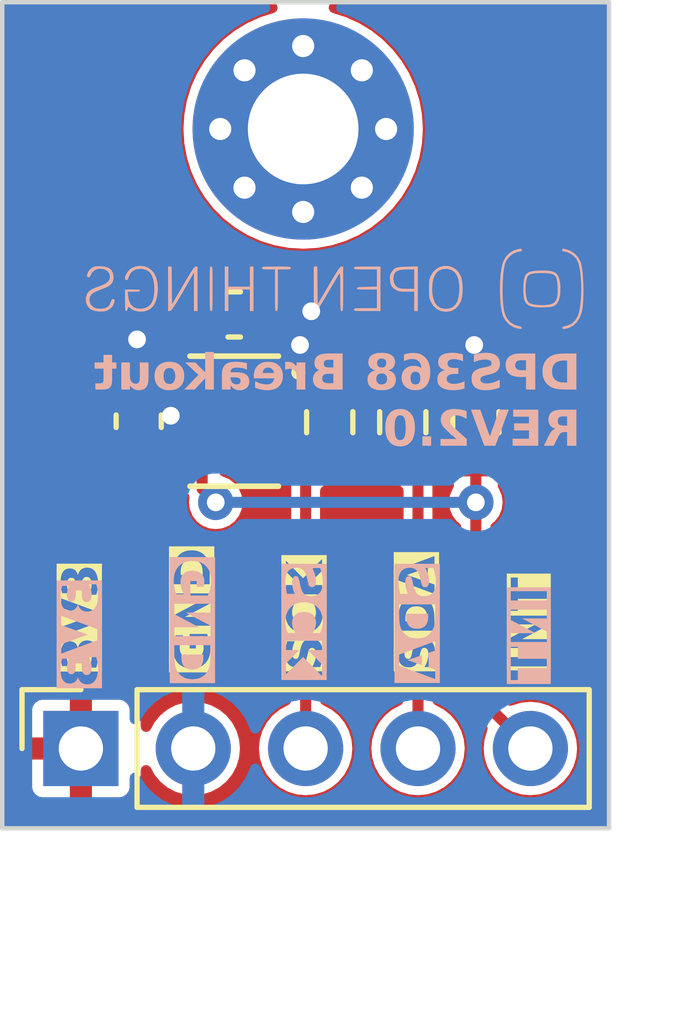
<source format=kicad_pcb>
(kicad_pcb (version 20221018) (generator pcbnew)
  (layers (0 "F.Cu" signal) (31 "B.Cu" signal) (34 "B.Paste" user) (35 "F.Paste" user) (36 "B.SilkS" user "B.Silkscreen") (37 "F.SilkS" user "F.Silkscreen") (38 "B.Mask" user) (39 "F.Mask" user) (44 "Edge.Cuts" user))
  (net 0 "")
  (net 1 "+3.3V")
  (net 2 "GND")
  (net 3 "/SCK")
  (net 4 "/SDA")
  (net 5 "/INT")
  (footprint "Capacitor_SMD:C_0603_1608Metric" (layer "F.Cu") (at 130.847 97.607)
    (fp_text reference "C2" hide)
    (fp_text value "0.1uF")
    (fp_line (start -0.14058 -0.51) (end 0.14058 -0.51) (stroke (width 0.12)) (layer "F.SilkS"))
    (fp_line (start -0.14058 0.51) (end 0.14058 0.51) (stroke (width 0.12)) (layer "F.SilkS"))
    (pad "1" smd roundrect (at -0.775 0) (size 0.9 0.95) (layers "F.Cu" "F.Paste" "F.Mask") (net 1 "+3.3V"))
    (pad "2" smd roundrect (at 0.775 0) (size 0.9 0.95) (layers "F.Cu" "F.Paste" "F.Mask") (net 2 "GND"))
  )
  (footprint "DPS368XTSA1:XDCR_DPS368XTSA1" (layer "F.Cu") (at 130.847 100.02)
    (fp_text reference "U1" hide)
    (fp_text value "DPS368XTSA1")
    (fp_line (start -1 -1.47) (end 1 -1.47) (stroke (width 0.127)) (layer "F.SilkS"))
    (fp_line (start -1 1.47) (end 1 1.47) (stroke (width 0.127)) (layer "F.SilkS"))
    (fp_circle (center 1.45 -1.1) (end 1.53 -1.1) (stroke (width 0.16)) (fill none) (layer "F.SilkS"))
    (pad "1" smd rect (at 0.725 -0.975) (size 0.35 0.35) (layers "F.Cu" "F.Mask") (net 2 "GND"))
    (pad "2" smd rect (at 0.725 -0.325) (size 0.35 0.35) (layers "F.Cu" "F.Mask"))
    (pad "3" smd rect (at 0.725 0.325) (size 0.35 0.35) (layers "F.Cu" "F.Mask") (net 4 "/SDA"))
    (pad "4" smd rect (at 0.725 0.975) (size 0.35 0.35) (layers "F.Cu" "F.Mask") (net 3 "/SCK"))
    (pad "5" smd rect (at -0.725 0.975) (size 0.35 0.35) (layers "F.Cu" "F.Mask") (net 5 "/INT"))
    (pad "6" smd rect (at -0.725 0.325) (size 0.35 0.35) (layers "F.Cu" "F.Mask") (net 1 "+3.3V"))
    (pad "7" smd rect (at -0.725 -0.325) (size 0.35 0.35) (layers "F.Cu" "F.Mask") (net 2 "GND"))
    (pad "8" smd rect (at -0.725 -0.975) (size 0.35 0.35) (layers "F.Cu" "F.Mask") (net 1 "+3.3V"))
  )
  (footprint "Connector_PinSocket_2.54mm:PinSocket_1x05_P2.54mm_Vertical" (layer "F.Cu") (at 127.381 107.417 90)
    (fp_text reference "J1" hide)
    (fp_text value "Conn_01x05_Pin")
    (fp_line (start -1.33 1.27) (end -1.33 11.49) (stroke (width 0.12)) (layer "F.SilkS"))
    (fp_line (start -1.33 1.27) (end 1.33 1.27) (stroke (width 0.12)) (layer "F.SilkS"))
    (fp_line (start -1.33 11.49) (end 1.33 11.49) (stroke (width 0.12)) (layer "F.SilkS"))
    (fp_line (start 0 -1.33) (end 1.33 -1.33) (stroke (width 0.12)) (layer "F.SilkS"))
    (fp_line (start 1.33 -1.33) (end 1.33 0) (stroke (width 0.12)) (layer "F.SilkS"))
    (fp_line (start 1.33 1.27) (end 1.33 11.49) (stroke (width 0.12)) (layer "F.SilkS"))
    (pad "1" thru_hole rect (at 0 0 90) (size 1.7 1.7) (drill 1) (layers "*.Cu" "*.Mask") (net 1 "+3.3V"))
    (pad "2" thru_hole oval (at 0 2.54 90) (size 1.7 1.7) (drill 1) (layers "*.Cu" "*.Mask") (net 2 "GND"))
    (pad "3" thru_hole oval (at 0 5.08 90) (size 1.7 1.7) (drill 1) (layers "*.Cu" "*.Mask") (net 3 "/SCK"))
    (pad "4" thru_hole oval (at 0 7.62 90) (size 1.7 1.7) (drill 1) (layers "*.Cu" "*.Mask") (net 4 "/SDA"))
    (pad "5" thru_hole oval (at 0 10.16 90) (size 1.7 1.7) (drill 1) (layers "*.Cu" "*.Mask") (net 5 "/INT"))
  )
  (footprint "Resistor_SMD:R_0603_1608Metric" (layer "F.Cu") (at 134.657 100.043 -90)
    (fp_text reference "R2" hide)
    (fp_text value "10k")
    (fp_line (start -0.237258 -0.5225) (end 0.237258 -0.5225) (stroke (width 0.12)) (layer "F.SilkS"))
    (fp_line (start -0.237258 0.5225) (end 0.237258 0.5225) (stroke (width 0.12)) (layer "F.SilkS"))
    (pad "1" smd roundrect (at -0.825 0 270) (size 0.8 0.95) (layers "F.Cu" "F.Paste" "F.Mask") (net 1 "+3.3V"))
    (pad "2" smd roundrect (at 0.825 0 270) (size 0.8 0.95) (layers "F.Cu" "F.Paste" "F.Mask") (net 4 "/SDA"))
  )
  (footprint "MountingHole:MountingHole_2.5mm_Pad_Via" (layer "F.Cu") (at 132.405175 93.416175)
    (fp_text reference "H1" hide)
    (fp_text value "MountingHole")
    (pad "1" thru_hole circle (at -1.875 0) (size 0.8 0.8) (drill 0.5) (layers "*.Cu" "*.Mask"))
    (pad "1" thru_hole circle (at -1.325825 -1.325825) (size 0.8 0.8) (drill 0.5) (layers "*.Cu" "*.Mask"))
    (pad "1" thru_hole circle (at -1.325825 1.325825) (size 0.8 0.8) (drill 0.5) (layers "*.Cu" "*.Mask"))
    (pad "1" thru_hole circle (at 0 -1.875) (size 0.8 0.8) (drill 0.5) (layers "*.Cu" "*.Mask"))
    (pad "1" thru_hole circle (at 0 0) (size 5 5) (drill 2.5) (layers "*.Cu" "*.Mask"))
    (pad "1" thru_hole circle (at 0 1.875) (size 0.8 0.8) (drill 0.5) (layers "*.Cu" "*.Mask"))
    (pad "1" thru_hole circle (at 1.325825 -1.325825) (size 0.8 0.8) (drill 0.5) (layers "*.Cu" "*.Mask"))
    (pad "1" thru_hole circle (at 1.325825 1.325825) (size 0.8 0.8) (drill 0.5) (layers "*.Cu" "*.Mask"))
    (pad "1" thru_hole circle (at 1.875 0) (size 0.8 0.8) (drill 0.5) (layers "*.Cu" "*.Mask"))
  )
  (footprint "Capacitor_SMD:C_0603_1608Metric" (layer "F.Cu") (at 128.688 100.02 90)
    (fp_text reference "C1" hide)
    (fp_text value "0.1uF")
    (fp_line (start -0.14058 -0.51) (end 0.14058 -0.51) (stroke (width 0.12)) (layer "F.SilkS"))
    (fp_line (start -0.14058 0.51) (end 0.14058 0.51) (stroke (width 0.12)) (layer "F.SilkS"))
    (pad "1" smd roundrect (at -0.775 0 90) (size 0.9 0.95) (layers "F.Cu" "F.Paste" "F.Mask") (net 1 "+3.3V"))
    (pad "2" smd roundrect (at 0.775 0 90) (size 0.9 0.95) (layers "F.Cu" "F.Paste" "F.Mask") (net 2 "GND"))
  )
  (footprint "Resistor_SMD:R_0603_1608Metric" (layer "F.Cu") (at 133.006 100.043 -90)
    (fp_text reference "R3" hide)
    (fp_text value "10k")
    (fp_line (start -0.237258 -0.5225) (end 0.237258 -0.5225) (stroke (width 0.12)) (layer "F.SilkS"))
    (fp_line (start -0.237258 0.5225) (end 0.237258 0.5225) (stroke (width 0.12)) (layer "F.SilkS"))
    (pad "1" smd roundrect (at -0.825 0 270) (size 0.8 0.95) (layers "F.Cu" "F.Paste" "F.Mask") (net 1 "+3.3V"))
    (pad "2" smd roundrect (at 0.825 0 270) (size 0.8 0.95) (layers "F.Cu" "F.Paste" "F.Mask") (net 3 "/SCK"))
  )
  (footprint "Resistor_SMD:R_0603_1608Metric" (layer "F.Cu") (at 136.308 100.043 90)
    (fp_text reference "R1" hide)
    (fp_text value "100k")
    (fp_line (start -0.237258 -0.5225) (end 0.237258 -0.5225) (stroke (width 0.12)) (layer "F.SilkS"))
    (fp_line (start -0.237258 0.5225) (end 0.237258 0.5225) (stroke (width 0.12)) (layer "F.SilkS"))
    (pad "1" smd roundrect (at -0.825 0 90) (size 0.8 0.95) (layers "F.Cu" "F.Paste" "F.Mask") (net 5 "/INT"))
    (pad "2" smd roundrect (at 0.825 0 90) (size 0.8 0.95) (layers "F.Cu" "F.Paste" "F.Mask") (net 2 "GND"))
  )
  (footprint "LOGO" (layer "B.Cu") (at 132.969 97.028 180)
    (fp_text reference "G***" hide)
    (fp_text value "LOGO" hide)
    (fp_poly (pts (xy 1.767944 0.275734) (xy 1.767944 0.048659) (xy 2.011239 0.048659) (xy 2.254534 0.048659) (xy 2.254534 0.275734) (xy 2.254534 0.50281) (xy 2.295083 0.50281) (xy 2.335633 0.50281) (xy 2.335633 0) (xy 2.335633 -0.50281) (xy 2.295083 -0.50281) (xy 2.254534 -0.50281) (xy 2.254534 -0.259515) (xy 2.254534 -0.01622) (xy 2.011239 -0.01622) (xy 1.767944 -0.01622) (xy 1.767944 -0.259515) (xy 1.767944 -0.50281) (xy 1.727395 -0.50281) (xy 1.686846 -0.50281) (xy 1.686846 0) (xy 1.686846 0.50281) (xy 1.727395 0.50281) (xy 1.767944 0.50281)) (fill solid) (layer "B.SilkS"))
    (fp_poly (pts (xy 3.003863 0.499785) (xy 3.019154 0.488823) (xy 3.0387 0.46709) (xy 3.064424 0.431751) (xy 3.09825 0.379974) (xy 3.142099 0.308924) (xy 3.197894 0.215767) (xy 3.267559 0.09767) (xy 3.278804 0.078515) (xy 3.527778 -0.345779) (xy 3.532102 0.078515) (xy 3.536427 0.50281) (xy 3.576706 0.50281) (xy 3.616986 0.50281) (xy 3.616986 0) (xy 3.616986 -0.50281) (xy 3.57811 -0.50281) (xy 3.563895 -0.49826) (xy 3.545575 -0.483209) (xy 3.521797 -0.455552) (xy 3.491208 -0.413184) (xy 3.452454 -0.354002) (xy 3.404181 -0.275902) (xy 3.345035 -0.176779) (xy 3.273664 -0.054529) (xy 3.188714 0.092953) (xy 3.138993 0.179841) (xy 3.033252 0.364943) (xy 3.033165 -0.068934) (xy 3.033078 -0.50281) (xy 2.992529 -0.50281) (xy 2.95198 -0.50281) (xy 2.95198 0) (xy 2.95198 0.50281) (xy 2.990905 0.50281)) (fill solid) (layer "B.SilkS"))
    (fp_poly (pts (xy 2.65289 0.501885) (xy 2.660097 0.49687) (xy 2.665646 0.484404) (xy 2.669752 0.461124) (xy 2.672633 0.423671) (xy 2.674505 0.368682) (xy 2.675585 0.292796) (xy 2.676091 0.192653) (xy 2.676238 0.06489) (xy 2.676246 0) (xy 2.676186 -0.140795) (xy 2.675862 -0.252512) (xy 2.675058 -0.338512) (xy 2.673556 -0.402157) (xy 2.67114 -0.446808) (xy 2.667592 -0.475826) (xy 2.662696 -0.492572) (xy 2.656235 -0.500408) (xy 2.647993 -0.502695) (xy 2.643806 -0.50281) (xy 2.634723 -0.501885) (xy 2.627515 -0.49687) (xy 2.621967 -0.484403) (xy 2.617861 -0.461124) (xy 2.61498 -0.423671) (xy 2.613108 -0.368682) (xy 2.612027 -0.292796) (xy 2.611522 -0.192653) (xy 2.611374 -0.06489) (xy 2.611367 0) (xy 2.611427 0.140795) (xy 2.61175 0.252512) (xy 2.612554 0.338513) (xy 2.614056 0.402157) (xy 2.616473 0.446808) (xy 2.62002 0.475826) (xy 2.624916 0.492572) (xy 2.631377 0.500408) (xy 2.63962 0.502695) (xy 2.643806 0.50281)) (fill solid) (layer "B.SilkS"))
    (fp_poly (pts (xy -1.793427 0.500276) (xy -1.690098 0.496876) (xy -1.61318 0.490904) (xy -1.556647 0.480225) (xy -1.514474 0.462705) (xy -1.480637 0.43621) (xy -1.449108 0.398607) (xy -1.429982 0.371561) (xy -1.409047 0.335758) (xy -1.398614 0.299039) (xy -1.396363 0.249472) (xy -1.398044 0.207319) (xy -1.409327 0.120845) (xy -1.435427 0.057222) (xy -1.481218 0.008425) (xy -1.5412 -0.028384) (xy -1.580271 -0.045762) (xy -1.621062 -0.056689) (xy -1.672609 -0.06255) (xy -1.74395 -0.064728) (xy -1.77949 -0.064879) (xy -1.94636 -0.064879) (xy -1.94636 -0.283844) (xy -1.94636 -0.50281) (xy -1.986909 -0.50281) (xy -2.027458 -0.50281) (xy -2.027458 0.001521) (xy -2.027458 0.437931) (xy -1.94636 0.437931) (xy -1.94636 0.218966) (xy -1.94636 0) (xy -1.790669 0) (xy -1.689042 0.003297) (xy -1.617084 0.013356) (xy -1.583156 0.024592) (xy -1.524102 0.069566) (xy -1.487843 0.136183) (xy -1.475989 0.218219) (xy -1.482948 0.297002) (xy -1.505962 0.355837) (xy -1.548236 0.397016) (xy -1.612976 0.422829) (xy -1.703386 0.435567) (xy -1.783358 0.437931) (xy -1.94636 0.437931) (xy -2.027458 0.437931) (xy -2.027458 0.505851)) (fill solid) (layer "B.SilkS"))
    (fp_poly (pts (xy 1.278005 0.502682) (xy 1.359934 0.502021) (xy 1.417785 0.500407) (xy 1.455736 0.497424) (xy 1.477968 0.492653) (xy 1.488661 0.485676) (xy 1.491996 0.476075) (xy 1.49221 0.47037) (xy 1.489771 0.454958) (xy 1.478337 0.445381) (xy 1.451735 0.440268) (xy 1.40379 0.438245) (xy 1.346233 0.437931) (xy 1.200256 0.437931) (xy 1.200256 -0.032439) (xy 1.200189 -0.168128) (xy 1.199828 -0.274851) (xy 1.198935 -0.356086) (xy 1.197268 -0.415305) (xy 1.194589 -0.455985) (xy 1.190658 -0.4816) (xy 1.185235 -0.495625) (xy 1.178081 -0.501535) (xy 1.168955 -0.502804) (xy 1.167816 -0.50281) (xy 1.158459 -0.50184) (xy 1.151098 -0.496613) (xy 1.145496 -0.483655) (xy 1.141412 -0.459491) (xy 1.138606 -0.420646) (xy 1.13684 -0.363644) (xy 1.135873 -0.285012) (xy 1.135465 -0.181274) (xy 1.135377 -0.048955) (xy 1.135377 -0.032439) (xy 1.135377 0.437931) (xy 0.9894 0.437931) (xy 0.920045 0.438473) (xy 0.876948 0.441014) (xy 0.853937 0.446926) (xy 0.844837 0.45758) (xy 0.843423 0.47037) (xy 0.844699 0.481389) (xy 0.851314 0.489582) (xy 0.867447 0.495367) (xy 0.897278 0.499162) (xy 0.944989 0.501386) (xy 1.014758 0.502455) (xy 1.110766 0.502788) (xy 1.167816 0.50281)) (fill solid) (layer "B.SilkS"))
    (fp_poly (pts (xy -4.324341 0.902371) (xy -4.310376 0.900231) (xy -4.194904 0.866428) (xy -4.095518 0.80566) (xy -4.01527 0.720668) (xy -3.957211 0.614194) (xy -3.941717 0.569066) (xy -3.918057 0.465604) (xy -3.900587 0.341473) (xy -3.889216 0.202819) (xy -3.883851 0.055788) (xy -3.884401 -0.093474) (xy -3.890775 -0.238823) (xy -3.902882 -0.374112) (xy -3.92063 -0.493196) (xy -3.943928 -0.58993) (xy -3.959592 -0.632567) (xy -4.01847 -0.730211) (xy -4.099102 -0.811) (xy -4.19498 -0.86986) (xy -4.299596 -0.901721) (xy -4.30627 -0.902699) (xy -4.351892 -0.90702) (xy -4.373654 -0.902349) (xy -4.379308 -0.886966) (xy -4.37931 -0.886486) (xy -4.364748 -0.863285) (xy -4.334706 -0.850717) (xy -4.216128 -0.814104) (xy -4.122915 -0.759072) (xy -4.05257 -0.683041) (xy -4.002599 -0.583431) (xy -3.974214 -0.477966) (xy -3.95928 -0.375315) (xy -3.949431 -0.252692) (xy -3.944494 -0.11689) (xy -3.944293 0.025298) (xy -3.948655 0.167081) (xy -3.957404 0.301664) (xy -3.970368 0.422256) (xy -3.987371 0.522064) (xy -4.001234 0.574852) (xy -4.042803 0.659252) (xy -4.106176 0.733982) (xy -4.184074 0.793347) (xy -4.269215 0.831654) (xy -4.344698 0.843423) (xy -4.373007 0.853558) (xy -4.37931 0.877288) (xy -4.376078 0.897972) (xy -4.360631 0.905376)) (fill solid) (layer "B.SilkS"))
    (fp_poly (pts (xy -0.778549 0.502663) (xy -0.701221 0.501911) (xy -0.647643 0.500083) (xy -0.613469 0.49671) (xy -0.594356 0.491322) (xy -0.585958 0.483449) (xy -0.583931 0.472622) (xy -0.583908 0.47037) (xy -0.585423 0.458241) (xy -0.593081 0.449582) (xy -0.611549 0.443812) (xy -0.645496 0.440346) (xy -0.699589 0.438601) (xy -0.778497 0.437993) (xy -0.843422 0.437931) (xy -1.102937 0.437931) (xy -1.102937 0.243753) (xy -1.102937 0.049574) (xy -0.880118 0.045062) (xy -0.79029 0.04283) (xy -0.727856 0.039912) (xy -0.687768 0.03558) (xy -0.664982 0.029106) (xy -0.654451 0.019765) (xy -0.651853 0.012165) (xy -0.652192 0.000928) (xy -0.66144 -0.006894) (xy -0.684378 -0.01191) (xy -0.725788 -0.01473) (xy -0.790451 -0.015963) (xy -0.874672 -0.01622) (xy -1.102937 -0.01622) (xy -1.102937 -0.227075) (xy -1.102937 -0.437931) (xy -0.843422 -0.437931) (xy -0.746385 -0.43812) (xy -0.677119 -0.439078) (xy -0.630955 -0.441386) (xy -0.603226 -0.445629) (xy -0.589264 -0.452391) (xy -0.584401 -0.462255) (xy -0.583908 -0.47037) (xy -0.585262 -0.481767) (xy -0.59222 -0.490127) (xy -0.609128 -0.495919) (xy -0.640329 -0.499614) (xy -0.69017 -0.50168) (xy -0.762993 -0.502588) (xy -0.863144 -0.502807) (xy -0.883972 -0.50281) (xy -1.184035 -0.50281) (xy -1.184035 0) (xy -1.184035 0.50281) (xy -0.883972 0.50281)) (fill solid) (layer "B.SilkS"))
    (fp_poly (pts (xy -5.291451 0.899795) (xy -5.287613 0.878564) (xy -5.287611 0.877667) (xy -5.29515 0.852152) (xy -5.323443 0.843648) (xy -5.333086 0.843423) (xy -5.392951 0.83185) (xy -5.462153 0.801336) (xy -5.529656 0.758184) (xy -5.584427 0.708699) (xy -5.597695 0.692235) (xy -5.630865 0.638526) (xy -5.657027 0.576216) (xy -5.677632 0.499647) (xy -5.69413 0.403164) (xy -5.707971 0.28111) (xy -5.710702 0.251405) (xy -5.719489 0.106857) (xy -5.721131 -0.04143) (xy -5.716106 -0.187317) (xy -5.70489 -0.324668) (xy -5.687963 -0.447344) (xy -5.665801 -0.549208) (xy -5.643303 -0.614623) (xy -5.585507 -0.712751) (xy -5.510456 -0.783646) (xy -5.417014 -0.828227) (xy -5.363556 -0.84085) (xy -5.311473 -0.856506) (xy -5.290617 -0.880342) (xy -5.299153 -0.900939) (xy -5.332745 -0.907188) (xy -5.387331 -0.899042) (xy -5.443558 -0.882072) (xy -5.541482 -0.830582) (xy -5.624193 -0.752656) (xy -5.689014 -0.651774) (xy -5.733272 -0.531419) (xy -5.741744 -0.494048) (xy -5.756094 -0.397368) (xy -5.765794 -0.280802) (xy -5.771025 -0.15051) (xy -5.77197 -0.012655) (xy -5.768811 0.126604) (xy -5.761729 0.261103) (xy -5.750907 0.384684) (xy -5.736525 0.491183) (xy -5.718767 0.574441) (xy -5.709337 0.603709) (xy -5.652054 0.711214) (xy -5.570986 0.79865) (xy -5.470097 0.862751) (xy -5.35335 0.90025) (xy -5.348435 0.901145) (xy -5.30872 0.906162)) (fill solid) (layer "B.SilkS"))
    (fp_poly (pts (xy -0.288543 0.499852) (xy -0.273351 0.489085) (xy -0.254 0.467668) (xy -0.228565 0.432764) (xy -0.195125 0.38153) (xy -0.151756 0.311129) (xy -0.096535 0.21872) (xy -0.027539 0.101463) (xy -0.013599 0.077653) (xy 0.235186 -0.347504) (xy 0.23951 0.077653) (xy 0.243834 0.50281) (xy 0.284114 0.50281) (xy 0.324394 0.50281) (xy 0.324394 -0.001077) (xy 0.324394 -0.504964) (xy 0.28195 -0.499832) (xy 0.267811 -0.495301) (xy 0.251606 -0.483087) (xy 0.231348 -0.460267) (xy 0.205052 -0.423916) (xy 0.170731 -0.37111) (xy 0.1264 -0.298924) (xy 0.070072 -0.204434) (xy -0.000239 -0.084716) (xy -0.00186 -0.081943) (xy -0.063672 0.023382) (xy -0.120733 0.119888) (xy -0.170854 0.203931) (xy -0.211846 0.271866) (xy -0.241521 0.320049) (xy -0.257689 0.344834) (xy -0.259481 0.347067) (xy -0.265057 0.337195) (xy -0.269463 0.295206) (xy -0.272702 0.22103) (xy -0.274775 0.114597) (xy -0.275687 -0.024165) (xy -0.275734 -0.069745) (xy -0.275811 -0.19934) (xy -0.276223 -0.300116) (xy -0.277242 -0.375695) (xy -0.279138 -0.429698) (xy -0.282183 -0.465744) (xy -0.286648 -0.487456) (xy -0.292804 -0.498454) (xy -0.300922 -0.502358) (xy -0.308173 -0.50281) (xy -0.317257 -0.501885) (xy -0.324464 -0.49687) (xy -0.330013 -0.484403) (xy -0.334119 -0.461124) (xy -0.337 -0.423671) (xy -0.338872 -0.368682) (xy -0.339952 -0.292796) (xy -0.340458 -0.192653) (xy -0.340605 -0.06489) (xy -0.340613 0) (xy -0.340613 0.50281) (xy -0.301498 0.50281)) (fill solid) (layer "B.SilkS"))
    (fp_poly (pts (xy -2.525962 0.494262) (xy -2.442111 0.446857) (xy -2.369966 0.375461) (xy -2.317768 0.287764) (xy -2.301383 0.24724) (xy -2.290458 0.207507) (xy -2.28393 0.160507) (xy -2.280737 0.098184) (xy -2.279815 0.012481) (xy -2.279807 0) (xy -2.280523 -0.089116) (xy -2.283382 -0.153867) (xy -2.289445 -0.202309) (xy -2.299775 -0.242499) (xy -2.315435 -0.282493) (xy -2.317768 -0.287764) (xy -2.376629 -0.38376) (xy -2.45434 -0.455588) (xy -2.546526 -0.50135) (xy -2.648811 -0.519147) (xy -2.75682 -0.507081) (xy -2.795869 -0.495201) (xy -2.877787 -0.44954) (xy -2.947527 -0.377761) (xy -2.999791 -0.285447) (xy -3.00336 -0.276569) (xy -3.02575 -0.192881) (xy -3.038334 -0.089282) (xy -3.041125 0.023224) (xy -3.038027 0.072174) (xy -2.96477 0.072174) (xy -2.964298 -0.056769) (xy -2.949444 -0.185154) (xy -2.919599 -0.286416) (xy -2.873703 -0.362729) (xy -2.810697 -0.416264) (xy -2.781673 -0.431254) (xy -2.710603 -0.449612) (xy -2.628625 -0.451356) (xy -2.552724 -0.436431) (xy -2.541154 -0.432027) (xy -2.46844 -0.384384) (xy -2.412903 -0.309911) (xy -2.374956 -0.209546) (xy -2.35501 -0.084229) (xy -2.351852 0) (xy -2.361163 0.140516) (xy -2.388853 0.25557) (xy -2.434557 0.344686) (xy -2.497911 0.407385) (xy -2.578551 0.443191) (xy -2.676111 0.451625) (xy -2.695564 0.450188) (xy -2.785792 0.427152) (xy -2.858062 0.377389) (xy -2.912138 0.301344) (xy -2.947786 0.199458) (xy -2.96477 0.072174) (xy -3.038027 0.072174) (xy -3.034138 0.133631) (xy -3.017389 0.230934) (xy -3.002627 0.278529) (xy -2.95064 0.373699) (xy -2.881187 0.445271) (xy -2.799132 0.493179) (xy -2.709334 0.517357) (xy -2.616657 0.51774)) (fill solid) (layer "B.SilkS"))
    (fp_poly (pts (xy -4.693265 0.409276) (xy -4.597523 0.396283) (xy -4.526374 0.371044) (xy -4.476178 0.330447) (xy -4.443294 0.271385) (xy -4.424082 0.190746) (xy -4.414901 0.085421) (xy -4.414222 0.068874) (xy -4.412376 -0.070991) (xy -4.420135 -0.182225) (xy -4.440213 -0.267897) (xy -4.475321 -0.331075) (xy -4.528171 -0.374827) (xy -4.601476 -0.402222) (xy -4.697948 -0.416328) (xy -4.820299 -0.420212) (xy -4.846424 -0.420051) (xy -4.921396 -0.418005) (xy -4.990033 -0.413918) (xy -5.041805 -0.40851) (xy -5.057541 -0.405663) (xy -5.1277 -0.376572) (xy -5.180837 -0.325263) (xy -5.218279 -0.249511) (xy -5.241357 -0.147089) (xy -5.24779 -0.086939) (xy -5.247987 -0.079428) (xy -5.188056 -0.079428) (xy -5.179561 -0.175747) (xy -5.159793 -0.247675) (xy -5.127037 -0.298756) (xy -5.079581 -0.332531) (xy -5.015709 -0.352545) (xy -4.992894 -0.356424) (xy -4.902477 -0.367107) (xy -4.822992 -0.369684) (xy -4.737924 -0.364216) (xy -4.681016 -0.357575) (xy -4.60185 -0.342948) (xy -4.547002 -0.319155) (xy -4.510833 -0.280304) (xy -4.487702 -0.220502) (xy -4.472831 -0.140098) (xy -4.465452 -0.054398) (xy -4.46537 0.036509) (xy -4.471779 0.124838) (xy -4.48387 0.202804) (xy -4.500838 0.262622) (xy -4.51766 0.292488) (xy -4.553604 0.320017) (xy -4.606382 0.339117) (xy -4.680396 0.35067) (xy -4.780049 0.35556) (xy -4.833461 0.355827) (xy -4.947817 0.352639) (xy -5.034062 0.341935) (xy -5.096286 0.320115) (xy -5.138582 0.283581) (xy -5.165039 0.228733) (xy -5.179749 0.151974) (xy -5.186802 0.049703) (xy -5.186991 0.044824) (xy -5.188056 -0.079428) (xy -5.247987 -0.079428) (xy -5.250982 0.034498) (xy -5.241818 0.144641) (xy -5.221288 0.237279) (xy -5.190385 0.3062) (xy -5.183426 0.316097) (xy -5.14887 0.353185) (xy -5.10676 0.37995) (xy -5.051654 0.397832) (xy -4.97811 0.408273) (xy -4.880687 0.412716) (xy -4.817241 0.413131)) (fill solid) (layer "B.SilkS"))
    (fp_poly (pts (xy 4.358592 0.503967) (xy 4.449997 0.46177) (xy 4.487598 0.433245) (xy 4.530668 0.386603) (xy 4.563716 0.334241) (xy 4.58486 0.282511) (xy 4.592215 0.237765) (xy 4.583897 0.206357) (xy 4.558352 0.194636) (xy 4.533403 0.204887) (xy 4.515031 0.23958) (xy 4.509267 0.258777) (xy 4.472099 0.344148) (xy 4.413675 0.405296) (xy 4.335045 0.441552) (xy 4.237262 0.452245) (xy 4.208357 0.450716) (xy 4.116158 0.429674) (xy 4.042614 0.383098) (xy 3.987397 0.31053) (xy 3.950181 0.211515) (xy 3.93064 0.085593) (xy 3.928916 0.05894) (xy 3.929361 -0.090813) (xy 3.947936 -0.213947) (xy 3.984903 -0.310918) (xy 4.040524 -0.382183) (xy 4.115061 -0.428195) (xy 4.208775 -0.449412) (xy 4.221344 -0.450314) (xy 4.319875 -0.443805) (xy 4.398755 -0.411712) (xy 4.458235 -0.353794) (xy 4.498567 -0.26981) (xy 4.519511 -0.164358) (xy 4.529909 -0.064879) (xy 4.389731 -0.064879) (xy 4.320147 -0.063867) (xy 4.277336 -0.060183) (xy 4.25568 -0.05285) (xy 4.249556 -0.040892) (xy 4.249553 -0.040549) (xy 4.254775 -0.029439) (xy 4.273929 -0.022211) (xy 4.312254 -0.018119) (xy 4.374986 -0.016412) (xy 4.41986 -0.01622) (xy 4.590166 -0.01622) (xy 4.590166 -0.259515) (xy 4.589742 -0.354536) (xy 4.58816 -0.421674) (xy 4.584958 -0.465478) (xy 4.579674 -0.490497) (xy 4.571845 -0.501279) (xy 4.565431 -0.50281) (xy 4.544232 -0.488221) (xy 4.530965 -0.454151) (xy 4.518749 -0.41571) (xy 4.501566 -0.408342) (xy 4.475962 -0.430711) (xy 4.47456 -0.432392) (xy 4.42184 -0.473601) (xy 4.347942 -0.501756) (xy 4.262007 -0.515331) (xy 4.173179 -0.5128) (xy 4.097693 -0.495271) (xy 4.01036 -0.448221) (xy 3.941936 -0.375782) (xy 3.892022 -0.277364) (xy 3.860217 -0.152378) (xy 3.858791 -0.143474) (xy 3.847015 -0.001214) (xy 3.85599 0.132032) (xy 3.884623 0.251267) (xy 3.931827 0.351493) (xy 3.980038 0.412465) (xy 4.062739 0.473815) (xy 4.158024 0.509705) (xy 4.258955 0.51985)) (fill solid) (layer "B.SilkS"))
    (fp_poly (pts (xy 5.229405 0.508735) (xy 5.280012 0.500651) (xy 5.320969 0.48437) (xy 5.338599 0.47417) (xy 5.381372 0.438781) (xy 5.415758 0.394435) (xy 5.439346 0.347744) (xy 5.449727 0.305319) (xy 5.444489 0.273772) (xy 5.421222 0.259713) (xy 5.41686 0.259515) (xy 5.386017 0.271745) (xy 5.375112 0.287899) (xy 5.335843 0.366962) (xy 5.276001 0.421825) (xy 5.198406 0.450376) (xy 5.153279 0.454126) (xy 5.065674 0.442387) (xy 4.997361 0.408855) (xy 4.951546 0.356178) (xy 4.931436 0.287001) (xy 4.930779 0.270503) (xy 4.94385 0.207821) (xy 4.984138 0.153429) (xy 5.053263 0.105866) (xy 5.15284 0.06367) (xy 5.163618 0.059996) (xy 5.268582 0.021575) (xy 5.346197 -0.015232) (xy 5.401198 -0.053593) (xy 5.438319 -0.096679) (xy 5.458638 -0.137494) (xy 5.478096 -0.227313) (xy 5.469813 -0.314106) (xy 5.435978 -0.39142) (xy 5.378782 -0.4528) (xy 5.344381 -0.474344) (xy 5.271288 -0.499682) (xy 5.182554 -0.512871) (xy 5.092289 -0.513014) (xy 5.014603 -0.499214) (xy 5.005032 -0.495933) (xy 4.928537 -0.453693) (xy 4.869547 -0.393577) (xy 4.835139 -0.323013) (xy 4.833341 -0.315751) (xy 4.825187 -0.264435) (xy 4.831512 -0.237022) (xy 4.854326 -0.227467) (xy 4.862803 -0.22716) (xy 4.887387 -0.243202) (xy 4.910639 -0.29135) (xy 4.91456 -0.303017) (xy 4.945651 -0.37074) (xy 4.990944 -0.415423) (xy 5.056035 -0.440893) (xy 5.129645 -0.450215) (xy 5.225563 -0.446084) (xy 5.298835 -0.420616) (xy 5.352376 -0.372451) (xy 5.374438 -0.335853) (xy 5.395399 -0.260609) (xy 5.38608 -0.188215) (xy 5.347515 -0.124854) (xy 5.337473 -0.114817) (xy 5.302575 -0.091097) (xy 5.246211 -0.062136) (xy 5.17782 -0.032551) (xy 5.140038 -0.018238) (xy 5.034238 0.023132) (xy 4.956549 0.062813) (xy 4.903117 0.104641) (xy 4.87009 0.152454) (xy 4.853613 0.210092) (xy 4.849742 0.270874) (xy 4.862372 0.358735) (xy 4.900224 0.426532) (xy 4.963469 0.474398) (xy 5.052278 0.502467) (xy 5.157855 0.51092)) (fill solid) (layer "B.SilkS"))
  )
  (gr_line (start 125.603 90.551) (end 139.319 90.551) (stroke (width 0.1)) (layer "Edge.Cuts"))
  (gr_line (start 139.319 109.22) (end 125.603 109.22) (stroke (width 0.1)) (layer "Edge.Cuts"))
  (gr_line (start 139.319 90.551) (end 139.319 109.22) (stroke (width 0.1)) (layer "Edge.Cuts"))
  (gr_line (start 125.603 109.22) (end 125.603 90.551) (stroke (width 0.1)) (layer "Edge.Cuts"))
  (gr_text "DPS368 Breakout" (at 138.684 99.441) (layer "B.SilkS") (effects (font (size 0.8 0.8)) (justify left bottom mirror)))
  (gr_text "REV2.0" (at 138.684 100.711) (layer "B.SilkS") (effects (font (size 0.8 0.8)) (justify left bottom mirror)))
  (gr_text "3V3" (at 127.889 103.632 90) (layer "B.SilkS" knockout) (effects (font (size 0.8 0.8)) (justify left bottom mirror)))
  (gr_text "GND" (at 130.445788 103.124 90) (layer "B.SilkS" knockout) (effects (font (size 0.8 0.8)) (justify left bottom mirror)))
  (gr_text "SDA" (at 135.525788 103.251 90) (layer "B.SilkS" knockout) (effects (font (size 0.8 0.8)) (justify left bottom mirror)))
  (gr_text "SCK" (at 132.969 103.251 90) (layer "B.SilkS" knockout) (effects (font (size 0.8 0.8)) (justify left bottom mirror)))
  (gr_text "INT" (at 138.049 103.759 90) (layer "B.SilkS" knockout) (effects (font (size 0.8 0.8)) (justify left bottom mirror)))
  (gr_text "INT" (at 138.049 105.664 90) (layer "F.SilkS" knockout) (effects (font (size 0.8 0.8)) (justify left bottom)))
  (gr_text "3V3" (at 127.889 105.664 90) (layer "F.SilkS" knockout) (effects (font (size 0.8 0.8)) (justify left bottom)))
  (gr_text "SCK" (at 132.969 105.664 90) (layer "F.SilkS" knockout) (effects (font (size 0.8 0.8)) (justify left bottom)))
  (gr_text "SDA" (at 135.509 105.664 90) (layer "F.SilkS" knockout) (effects (font (size 0.8 0.8)) (justify left bottom)))
  (gr_text "GND" (at 130.429 105.664 90) (layer "F.SilkS" knockout) (effects (font (size 0.8 0.8)) (justify left bottom)))
  (segment (start 130.472 100.345) (end 130.122 100.345) (width 0.25) (layer "F.Cu") (net 1))
  (segment (start 130.547 99.045) (end 130.81 99.308) (width 0.25) (layer "F.Cu") (net 1))
  (segment (start 130.81 99.308) (end 130.81 100.007) (width 0.25) (layer "F.Cu") (net 1))
  (segment (start 130.122 99.045) (end 130.547 99.045) (width 0.25) (layer "F.Cu") (net 1))
  (segment (start 130.81 100.007) (end 130.472 100.345) (width 0.25) (layer "F.Cu") (net 1))
  (segment (start 130.122 99.695) (end 129.615 99.695) (width 0.25) (layer "F.Cu") (net 2))
  (segment (start 131.572 99.045) (end 131.587 99.045) (width 0.25) (layer "F.Cu") (net 2))
  (segment (start 128.688 99.245) (end 128.688 98.208) (width 0.25) (layer "F.Cu") (net 2))
  (segment (start 132.517 97.607) (end 132.588 97.536) (width 0.25) (layer "F.Cu") (net 2))
  (segment (start 129.615 99.695) (end 129.413543 99.896457) (width 0.25) (layer "F.Cu") (net 2))
  (segment (start 131.587 99.045) (end 132.334 98.298) (width 0.25) (layer "F.Cu") (net 2))
  (segment (start 136.308 98.335) (end 136.271 98.298) (width 0.25) (layer "F.Cu") (net 2))
  (segment (start 136.308 99.218) (end 136.308 98.335) (width 0.25) (layer "F.Cu") (net 2))
  (segment (start 128.688 98.208) (end 128.651 98.171) (width 0.25) (layer "F.Cu") (net 2))
  (segment (start 131.622 97.607) (end 132.517 97.607) (width 0.25) (layer "F.Cu") (net 2))
  (via (at 129.413543 99.896457) (size 0.8) (drill 0.4) (layers "F.Cu" "B.Cu") (net 2))
  (via (at 128.651 98.171) (size 0.8) (drill 0.4) (layers "F.Cu" "B.Cu") (net 2))
  (via (at 136.271 98.298) (size 0.8) (drill 0.4) (layers "F.Cu" "B.Cu") (net 2))
  (via (at 132.334 98.298) (size 0.8) (drill 0.4) (layers "F.Cu" "B.Cu") (net 2))
  (via (at 132.588 97.536) (size 0.8) (drill 0.4) (layers "F.Cu" "B.Cu") (net 2))
  (segment (start 133.006 100.868) (end 132.461 101.413) (width 0.25) (layer "F.Cu") (net 3))
  (segment (start 131.699 100.868) (end 131.572 100.995) (width 0.25) (layer "F.Cu") (net 3))
  (segment (start 133.006 100.868) (end 131.699 100.868) (width 0.25) (layer "F.Cu") (net 3))
  (segment (start 132.461 107.417) (end 132.461 101.413) (width 0.25) (layer "F.Cu") (net 3))
  (segment (start 131.922 100.345) (end 131.572 100.345) (width 0.25) (layer "F.Cu") (net 4))
  (segment (start 134.657 100.868) (end 135.001 101.212) (width 0.25) (layer "F.Cu") (net 4))
  (segment (start 132.191 100.076) (end 131.922 100.345) (width 0.25) (layer "F.Cu") (net 4))
  (segment (start 135.001 107.417) (end 135.001 101.212) (width 0.25) (layer "F.Cu") (net 4))
  (segment (start 133.865 100.076) (end 132.191 100.076) (width 0.25) (layer "F.Cu") (net 4))
  (segment (start 134.657 100.868) (end 133.865 100.076) (width 0.25) (layer "F.Cu") (net 4))
  (segment (start 136.308 106.184) (end 137.541 107.417) (width 0.25) (layer "F.Cu") (net 5))
  (segment (start 136.308 100.868) (end 136.308 101.854) (width 0.25) (layer "F.Cu") (net 5))
  (segment (start 130.122 101.547) (end 130.429 101.854) (width 0.25) (layer "F.Cu") (net 5))
  (segment (start 130.122 100.995) (end 130.122 101.547) (width 0.25) (layer "F.Cu") (net 5))
  (segment (start 136.308 101.854) (end 136.308 106.184) (width 0.25) (layer "F.Cu") (net 5))
  (via (at 136.308 101.854) (size 0.8) (drill 0.4) (layers "F.Cu" "B.Cu") (net 5))
  (via (at 130.429 101.854) (size 0.8) (drill 0.4) (layers "F.Cu" "B.Cu") (net 5))
  (segment (start 136.308 101.854) (end 130.429 101.854) (width 0.25) (layer "B.Cu") (net 5))
  (zone (net 1) (net_name "+3.3V") (layer "F.Cu") (connect_pads (clearance 0)) (min_thickness 0.25) (fill yes (thermal_gap 0.5) (thermal_bridge_width 0.5))
    (polygon (pts (xy 125.603 90.551) (xy 139.319 90.551) (xy 139.319 109.22) (xy 125.603 109.22)))
  )
  (zone (net 2) (net_name "GND") (layer "B.Cu") (connect_pads (clearance 0.25)) (min_thickness 0.25) (fill yes (thermal_gap 0.5) (thermal_bridge_width 0.5))
    (polygon (pts (xy 125.603 90.551) (xy 139.319 90.551) (xy 139.319 109.22) (xy 125.603 109.22)))
  )
)
</source>
